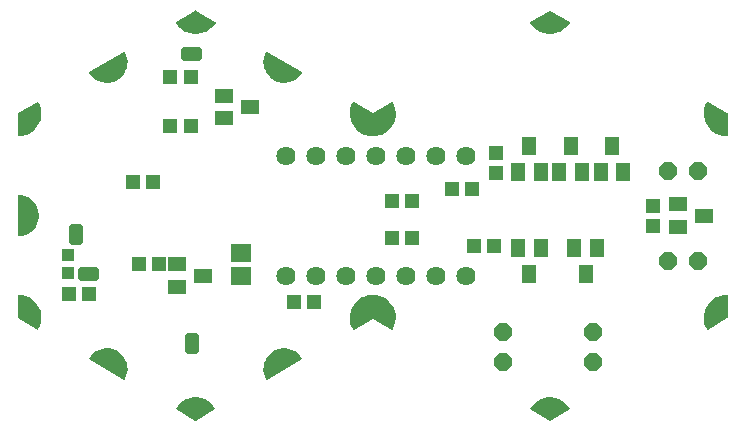
<source format=gbr>
G04 EAGLE Gerber RS-274X export*
G75*
%MOMM*%
%FSLAX34Y34*%
%LPD*%
%INSoldermask Top*%
%IPPOS*%
%AMOC8*
5,1,8,0,0,1.08239X$1,22.5*%
G01*
%ADD10C,0.697853*%
%ADD11R,1.703200X1.503200*%
%ADD12R,1.003200X1.003200*%
%ADD13R,1.203200X1.303200*%
%ADD14C,1.203200*%
%ADD15R,1.203200X1.603200*%
%ADD16R,1.603200X1.203200*%
%ADD17R,1.303200X1.203200*%
%ADD18C,1.625600*%
%ADD19P,1.649562X8X202.500000*%
%ADD20P,1.649562X8X112.500000*%

G36*
X299252Y270303D02*
X299252Y270303D01*
X299265Y270302D01*
X302315Y270545D01*
X302347Y270554D01*
X302394Y270558D01*
X305366Y271286D01*
X305397Y271301D01*
X305442Y271312D01*
X305506Y271339D01*
X306682Y271838D01*
X307857Y272337D01*
X307858Y272337D01*
X308259Y272508D01*
X308287Y272527D01*
X308330Y272545D01*
X310918Y274177D01*
X310942Y274201D01*
X310982Y274225D01*
X313275Y276252D01*
X313295Y276279D01*
X313331Y276310D01*
X315269Y278678D01*
X315285Y278708D01*
X315314Y278744D01*
X316848Y281392D01*
X316858Y281424D01*
X316882Y281464D01*
X316935Y281604D01*
X317695Y283601D01*
X317885Y284100D01*
X317971Y284324D01*
X317976Y284357D01*
X317993Y284401D01*
X318609Y287398D01*
X318609Y287432D01*
X318618Y287478D01*
X318745Y290535D01*
X318740Y290569D01*
X318742Y290616D01*
X318377Y293654D01*
X318366Y293686D01*
X318361Y293732D01*
X317513Y296672D01*
X317497Y296702D01*
X317485Y296748D01*
X316176Y299514D01*
X316159Y299536D01*
X316149Y299563D01*
X316100Y299615D01*
X316057Y299673D01*
X316032Y299687D01*
X316013Y299708D01*
X315947Y299737D01*
X315885Y299773D01*
X315857Y299776D01*
X315831Y299788D01*
X315759Y299789D01*
X315688Y299798D01*
X315661Y299790D01*
X315632Y299791D01*
X315537Y299755D01*
X315497Y299744D01*
X315488Y299737D01*
X315476Y299733D01*
X299225Y290376D01*
X282974Y299733D01*
X282947Y299742D01*
X282923Y299758D01*
X282853Y299773D01*
X282785Y299796D01*
X282757Y299793D01*
X282729Y299799D01*
X282659Y299786D01*
X282587Y299780D01*
X282562Y299767D01*
X282534Y299761D01*
X282474Y299721D01*
X282411Y299688D01*
X282393Y299666D01*
X282369Y299650D01*
X282311Y299567D01*
X282284Y299535D01*
X282281Y299524D01*
X282274Y299514D01*
X280965Y296748D01*
X280957Y296715D01*
X280937Y296672D01*
X280089Y293732D01*
X280086Y293698D01*
X280073Y293654D01*
X279708Y290616D01*
X279711Y290582D01*
X279705Y290535D01*
X279832Y287478D01*
X279840Y287445D01*
X279841Y287398D01*
X280457Y284401D01*
X280470Y284370D01*
X280480Y284324D01*
X281568Y281464D01*
X281586Y281436D01*
X281603Y281392D01*
X283136Y278744D01*
X283158Y278718D01*
X283181Y278678D01*
X285119Y276310D01*
X285146Y276288D01*
X285175Y276252D01*
X287468Y274225D01*
X287497Y274209D01*
X287532Y274177D01*
X290120Y272545D01*
X290152Y272533D01*
X290191Y272508D01*
X293008Y271312D01*
X293041Y271305D01*
X293084Y271286D01*
X296056Y270558D01*
X296090Y270556D01*
X296135Y270545D01*
X299185Y270302D01*
X299214Y270306D01*
X299242Y270301D01*
X299252Y270303D01*
G37*
G36*
X315792Y106615D02*
X315792Y106615D01*
X315863Y106620D01*
X315888Y106633D01*
X315916Y106639D01*
X315976Y106679D01*
X316039Y106712D01*
X316057Y106734D01*
X316081Y106750D01*
X316139Y106833D01*
X316166Y106865D01*
X316169Y106876D01*
X316176Y106887D01*
X317485Y109653D01*
X317493Y109686D01*
X317513Y109728D01*
X318361Y112668D01*
X318364Y112702D01*
X318377Y112746D01*
X318742Y115784D01*
X318739Y115818D01*
X318745Y115865D01*
X318618Y118922D01*
X318610Y118955D01*
X318609Y119002D01*
X317993Y121999D01*
X317980Y122030D01*
X317971Y122076D01*
X316882Y124936D01*
X316864Y124965D01*
X316848Y125008D01*
X315314Y127656D01*
X315292Y127682D01*
X315269Y127723D01*
X313331Y130090D01*
X313304Y130112D01*
X313275Y130148D01*
X310982Y132175D01*
X310953Y132192D01*
X310918Y132223D01*
X308330Y133855D01*
X308298Y133867D01*
X308259Y133892D01*
X305442Y135088D01*
X305409Y135095D01*
X305366Y135114D01*
X302394Y135842D01*
X302360Y135844D01*
X302315Y135855D01*
X299265Y136098D01*
X299236Y136094D01*
X299208Y136099D01*
X299198Y136097D01*
X299185Y136098D01*
X296135Y135855D01*
X296103Y135846D01*
X296056Y135842D01*
X293084Y135114D01*
X293053Y135099D01*
X293008Y135088D01*
X292843Y135018D01*
X291668Y134519D01*
X290492Y134020D01*
X290191Y133892D01*
X290163Y133873D01*
X290120Y133855D01*
X287532Y132223D01*
X287508Y132199D01*
X287468Y132175D01*
X285175Y130148D01*
X285155Y130121D01*
X285119Y130090D01*
X283181Y127723D01*
X283165Y127692D01*
X283136Y127656D01*
X281603Y125008D01*
X281592Y124976D01*
X281568Y124936D01*
X280480Y122076D01*
X280474Y122043D01*
X280457Y121999D01*
X279841Y119002D01*
X279841Y118968D01*
X279832Y118922D01*
X279705Y115865D01*
X279710Y115831D01*
X279708Y115784D01*
X280073Y112746D01*
X280084Y112714D01*
X280089Y112668D01*
X280937Y109728D01*
X280953Y109698D01*
X280965Y109653D01*
X282274Y106887D01*
X282291Y106864D01*
X282301Y106837D01*
X282350Y106785D01*
X282393Y106727D01*
X282418Y106713D01*
X282437Y106692D01*
X282503Y106663D01*
X282565Y106627D01*
X282593Y106624D01*
X282619Y106612D01*
X282691Y106611D01*
X282762Y106602D01*
X282789Y106610D01*
X282818Y106610D01*
X282913Y106645D01*
X282953Y106656D01*
X282962Y106663D01*
X282974Y106667D01*
X299225Y116024D01*
X315476Y106667D01*
X315503Y106658D01*
X315527Y106642D01*
X315597Y106627D01*
X315665Y106604D01*
X315693Y106607D01*
X315721Y106601D01*
X315792Y106615D01*
G37*
G36*
X-748Y185704D02*
X-748Y185704D01*
X-734Y185702D01*
X2064Y185934D01*
X2098Y185944D01*
X2146Y185948D01*
X4867Y186637D01*
X4899Y186652D01*
X4945Y186664D01*
X7517Y187792D01*
X7545Y187812D01*
X7589Y187831D01*
X9940Y189367D01*
X9964Y189391D01*
X10005Y189417D01*
X12070Y191319D01*
X12083Y191336D01*
X12095Y191345D01*
X12106Y191361D01*
X12126Y191380D01*
X13851Y193595D01*
X13866Y193626D01*
X13896Y193664D01*
X15232Y196134D01*
X15242Y196167D01*
X15265Y196209D01*
X16177Y198865D01*
X16182Y198899D01*
X16197Y198945D01*
X16659Y201714D01*
X16658Y201749D01*
X16666Y201796D01*
X16666Y204604D01*
X16659Y204638D01*
X16659Y204686D01*
X16197Y207455D01*
X16185Y207488D01*
X16177Y207535D01*
X15265Y210191D01*
X15248Y210221D01*
X15232Y210266D01*
X13896Y212736D01*
X13874Y212762D01*
X13851Y212805D01*
X12126Y215020D01*
X12100Y215043D01*
X12070Y215081D01*
X10005Y216983D01*
X9975Y217001D01*
X9940Y217033D01*
X7589Y218569D01*
X7557Y218582D01*
X7517Y218608D01*
X4945Y219736D01*
X4912Y219743D01*
X4867Y219763D01*
X2146Y220452D01*
X2111Y220454D01*
X2064Y220466D01*
X-734Y220698D01*
X-763Y220694D01*
X-792Y220699D01*
X-861Y220683D01*
X-931Y220674D01*
X-957Y220660D01*
X-985Y220653D01*
X-1042Y220611D01*
X-1104Y220576D01*
X-1122Y220552D01*
X-1145Y220535D01*
X-1181Y220474D01*
X-1224Y220417D01*
X-1232Y220389D01*
X-1247Y220364D01*
X-1263Y220266D01*
X-1274Y220225D01*
X-1272Y220214D01*
X-1274Y220200D01*
X-1274Y186200D01*
X-1268Y186171D01*
X-1271Y186142D01*
X-1249Y186075D01*
X-1235Y186005D01*
X-1218Y185981D01*
X-1209Y185953D01*
X-1162Y185900D01*
X-1122Y185841D01*
X-1098Y185826D01*
X-1078Y185804D01*
X-1014Y185772D01*
X-955Y185734D01*
X-926Y185729D01*
X-900Y185717D01*
X-800Y185708D01*
X-758Y185701D01*
X-748Y185704D01*
G37*
G36*
X88991Y64314D02*
X88991Y64314D01*
X89062Y64320D01*
X89088Y64333D01*
X89116Y64339D01*
X89175Y64379D01*
X89238Y64411D01*
X89257Y64434D01*
X89281Y64450D01*
X89338Y64532D01*
X89365Y64565D01*
X89368Y64575D01*
X89376Y64587D01*
X90575Y67122D01*
X90583Y67156D01*
X90604Y67199D01*
X91369Y69897D01*
X91371Y69932D01*
X91385Y69978D01*
X91695Y72766D01*
X91692Y72794D01*
X91694Y72805D01*
X91693Y72810D01*
X91697Y72848D01*
X91545Y75648D01*
X91536Y75682D01*
X91533Y75730D01*
X90922Y78467D01*
X90908Y78499D01*
X90897Y78546D01*
X89844Y81145D01*
X89825Y81174D01*
X89807Y81218D01*
X88340Y83609D01*
X88316Y83634D01*
X88291Y83675D01*
X86450Y85791D01*
X86423Y85812D01*
X86391Y85849D01*
X84228Y87633D01*
X84197Y87649D01*
X84160Y87680D01*
X81732Y89084D01*
X81699Y89095D01*
X81657Y89119D01*
X79032Y90104D01*
X78997Y90110D01*
X78952Y90127D01*
X76200Y90666D01*
X76166Y90666D01*
X76118Y90675D01*
X73315Y90754D01*
X73281Y90749D01*
X73233Y90750D01*
X70454Y90367D01*
X70422Y90355D01*
X70374Y90349D01*
X67697Y89513D01*
X67666Y89496D01*
X67620Y89482D01*
X65117Y88218D01*
X65090Y88196D01*
X65047Y88174D01*
X62786Y86515D01*
X62763Y86489D01*
X62724Y86461D01*
X60767Y84452D01*
X60748Y84423D01*
X60714Y84388D01*
X59115Y82085D01*
X59103Y82058D01*
X59085Y82035D01*
X59064Y81967D01*
X59036Y81902D01*
X59036Y81873D01*
X59028Y81845D01*
X59036Y81774D01*
X59035Y81703D01*
X59046Y81676D01*
X59050Y81647D01*
X59084Y81585D01*
X59112Y81520D01*
X59133Y81499D01*
X59147Y81474D01*
X59223Y81411D01*
X59254Y81381D01*
X59264Y81377D01*
X59275Y81368D01*
X88675Y64368D01*
X88703Y64359D01*
X88727Y64342D01*
X88796Y64327D01*
X88864Y64305D01*
X88893Y64307D01*
X88921Y64301D01*
X88991Y64314D01*
G37*
G36*
X76118Y315725D02*
X76118Y315725D01*
X76152Y315733D01*
X76200Y315734D01*
X78952Y316273D01*
X78984Y316287D01*
X79032Y316296D01*
X81657Y317281D01*
X81687Y317299D01*
X81732Y317316D01*
X84160Y318720D01*
X84186Y318743D01*
X84228Y318767D01*
X86391Y320551D01*
X86413Y320578D01*
X86450Y320609D01*
X88291Y322725D01*
X88308Y322755D01*
X88340Y322791D01*
X89807Y325182D01*
X89818Y325214D01*
X89844Y325255D01*
X90897Y327854D01*
X90904Y327888D01*
X90922Y327933D01*
X91533Y330670D01*
X91534Y330705D01*
X91545Y330752D01*
X91697Y333552D01*
X91692Y333586D01*
X91695Y333634D01*
X91385Y336422D01*
X91374Y336455D01*
X91369Y336503D01*
X90604Y339201D01*
X90588Y339231D01*
X90575Y339278D01*
X89376Y341813D01*
X89359Y341837D01*
X89349Y341864D01*
X89300Y341916D01*
X89257Y341973D01*
X89232Y341987D01*
X89212Y342009D01*
X89147Y342037D01*
X89086Y342073D01*
X89057Y342076D01*
X89030Y342088D01*
X88959Y342089D01*
X88888Y342098D01*
X88860Y342090D01*
X88831Y342090D01*
X88738Y342056D01*
X88697Y342044D01*
X88688Y342037D01*
X88675Y342032D01*
X59275Y325032D01*
X59253Y325013D01*
X59227Y325000D01*
X59179Y324947D01*
X59126Y324900D01*
X59114Y324874D01*
X59094Y324852D01*
X59071Y324785D01*
X59041Y324721D01*
X59039Y324692D01*
X59030Y324664D01*
X59035Y324593D01*
X59032Y324522D01*
X59042Y324495D01*
X59044Y324466D01*
X59086Y324376D01*
X59101Y324336D01*
X59109Y324328D01*
X59115Y324315D01*
X60714Y322012D01*
X60740Y321988D01*
X60767Y321948D01*
X62724Y319939D01*
X62753Y319920D01*
X62786Y319885D01*
X65047Y318226D01*
X65078Y318211D01*
X65117Y318182D01*
X67620Y316918D01*
X67654Y316909D01*
X67697Y316887D01*
X70374Y316051D01*
X70408Y316048D01*
X70454Y316033D01*
X73233Y315650D01*
X73267Y315652D01*
X73315Y315646D01*
X76118Y315725D01*
G37*
G36*
X209590Y64310D02*
X209590Y64310D01*
X209619Y64310D01*
X209712Y64344D01*
X209753Y64356D01*
X209762Y64363D01*
X209775Y64368D01*
X239175Y81368D01*
X239197Y81387D01*
X239223Y81400D01*
X239271Y81453D01*
X239324Y81500D01*
X239336Y81526D01*
X239356Y81548D01*
X239379Y81615D01*
X239409Y81679D01*
X239411Y81708D01*
X239420Y81736D01*
X239415Y81807D01*
X239418Y81878D01*
X239408Y81905D01*
X239406Y81934D01*
X239364Y82024D01*
X239349Y82064D01*
X239341Y82072D01*
X239335Y82085D01*
X237736Y84388D01*
X237711Y84412D01*
X237683Y84452D01*
X235726Y86461D01*
X235697Y86480D01*
X235664Y86515D01*
X233403Y88174D01*
X233372Y88189D01*
X233333Y88218D01*
X230830Y89482D01*
X230796Y89491D01*
X230753Y89513D01*
X228076Y90349D01*
X228042Y90352D01*
X227996Y90367D01*
X225217Y90750D01*
X225183Y90748D01*
X225135Y90754D01*
X222332Y90675D01*
X222298Y90667D01*
X222250Y90666D01*
X219498Y90127D01*
X219466Y90113D01*
X219418Y90104D01*
X216793Y89119D01*
X216763Y89101D01*
X216718Y89084D01*
X214290Y87680D01*
X214264Y87657D01*
X214223Y87633D01*
X212059Y85849D01*
X212037Y85822D01*
X212000Y85791D01*
X210159Y83675D01*
X210142Y83645D01*
X210111Y83609D01*
X208643Y81218D01*
X208632Y81186D01*
X208606Y81145D01*
X207553Y78546D01*
X207546Y78512D01*
X207528Y78467D01*
X206917Y75730D01*
X206916Y75695D01*
X206905Y75648D01*
X206753Y72848D01*
X206758Y72814D01*
X206755Y72766D01*
X207065Y69978D01*
X207076Y69945D01*
X207081Y69897D01*
X207846Y67199D01*
X207862Y67169D01*
X207875Y67122D01*
X209074Y64587D01*
X209091Y64563D01*
X209101Y64536D01*
X209150Y64484D01*
X209193Y64427D01*
X209218Y64413D01*
X209238Y64392D01*
X209303Y64363D01*
X209365Y64327D01*
X209393Y64324D01*
X209420Y64312D01*
X209491Y64311D01*
X209562Y64302D01*
X209590Y64310D01*
G37*
G36*
X225169Y315652D02*
X225169Y315652D01*
X225217Y315650D01*
X227996Y316033D01*
X228028Y316045D01*
X228076Y316051D01*
X230753Y316887D01*
X230784Y316904D01*
X230830Y316918D01*
X233333Y318182D01*
X233360Y318204D01*
X233403Y318226D01*
X235664Y319885D01*
X235687Y319911D01*
X235726Y319939D01*
X237683Y321948D01*
X237702Y321977D01*
X237736Y322012D01*
X239335Y324315D01*
X239347Y324342D01*
X239365Y324365D01*
X239386Y324433D01*
X239414Y324498D01*
X239414Y324527D01*
X239422Y324555D01*
X239414Y324626D01*
X239415Y324697D01*
X239404Y324724D01*
X239400Y324753D01*
X239366Y324815D01*
X239338Y324880D01*
X239317Y324901D01*
X239303Y324926D01*
X239227Y324989D01*
X239196Y325019D01*
X239186Y325023D01*
X239175Y325032D01*
X209775Y342032D01*
X209747Y342041D01*
X209723Y342058D01*
X209654Y342073D01*
X209586Y342095D01*
X209557Y342093D01*
X209529Y342099D01*
X209459Y342086D01*
X209388Y342080D01*
X209362Y342067D01*
X209334Y342061D01*
X209275Y342021D01*
X209212Y341989D01*
X209193Y341966D01*
X209169Y341950D01*
X209112Y341868D01*
X209085Y341835D01*
X209082Y341825D01*
X209074Y341813D01*
X207875Y339278D01*
X207867Y339244D01*
X207846Y339201D01*
X207081Y336503D01*
X207079Y336468D01*
X207065Y336422D01*
X206755Y333634D01*
X206757Y333607D01*
X206757Y333602D01*
X206758Y333597D01*
X206753Y333552D01*
X206905Y330752D01*
X206914Y330718D01*
X206917Y330670D01*
X207528Y327933D01*
X207542Y327901D01*
X207553Y327854D01*
X208606Y325255D01*
X208625Y325226D01*
X208643Y325182D01*
X210111Y322791D01*
X210134Y322766D01*
X210159Y322725D01*
X212000Y320609D01*
X212027Y320588D01*
X212059Y320551D01*
X214223Y318767D01*
X214253Y318751D01*
X214290Y318720D01*
X216718Y317316D01*
X216751Y317305D01*
X216793Y317281D01*
X219418Y316296D01*
X219453Y316290D01*
X219498Y316273D01*
X222250Y315734D01*
X222285Y315734D01*
X222332Y315725D01*
X225135Y315646D01*
X225169Y315652D01*
G37*
G36*
X-767Y270264D02*
X-767Y270264D01*
X-753Y270263D01*
X2303Y270510D01*
X2336Y270519D01*
X2382Y270523D01*
X5359Y271256D01*
X5390Y271271D01*
X5436Y271282D01*
X8257Y272484D01*
X8284Y272503D01*
X8328Y272521D01*
X10919Y274160D01*
X10944Y274183D01*
X10983Y274208D01*
X13278Y276241D01*
X13299Y276268D01*
X13334Y276299D01*
X15273Y278674D01*
X15289Y278704D01*
X15319Y278740D01*
X16852Y281396D01*
X16863Y281428D01*
X16887Y281468D01*
X17974Y284335D01*
X17979Y284369D01*
X17996Y284413D01*
X18609Y287417D01*
X18610Y287451D01*
X18619Y287497D01*
X18743Y290560D01*
X18737Y290594D01*
X18739Y290640D01*
X18370Y293684D01*
X18359Y293717D01*
X18354Y293763D01*
X17501Y296708D01*
X17485Y296738D01*
X17472Y296783D01*
X16158Y299553D01*
X16140Y299577D01*
X16130Y299604D01*
X16081Y299656D01*
X16038Y299713D01*
X16013Y299727D01*
X15993Y299748D01*
X15928Y299777D01*
X15866Y299812D01*
X15838Y299816D01*
X15811Y299828D01*
X15740Y299828D01*
X15669Y299837D01*
X15641Y299829D01*
X15612Y299830D01*
X15519Y299795D01*
X15478Y299783D01*
X15469Y299776D01*
X15457Y299771D01*
X-1021Y290232D01*
X-1078Y290181D01*
X-1140Y290136D01*
X-1152Y290116D01*
X-1170Y290100D01*
X-1203Y290031D01*
X-1242Y289965D01*
X-1246Y289939D01*
X-1255Y289921D01*
X-1257Y289876D01*
X-1270Y289801D01*
X-1293Y270761D01*
X-1287Y270733D01*
X-1289Y270704D01*
X-1267Y270636D01*
X-1253Y270566D01*
X-1237Y270542D01*
X-1228Y270515D01*
X-1181Y270461D01*
X-1141Y270402D01*
X-1117Y270387D01*
X-1098Y270365D01*
X-1033Y270333D01*
X-973Y270295D01*
X-945Y270290D01*
X-919Y270277D01*
X-819Y270269D01*
X-777Y270262D01*
X-767Y270264D01*
G37*
G36*
X15772Y106575D02*
X15772Y106575D01*
X15843Y106580D01*
X15869Y106594D01*
X15897Y106599D01*
X15957Y106639D01*
X16020Y106672D01*
X16038Y106694D01*
X16062Y106710D01*
X16120Y106792D01*
X16147Y106825D01*
X16150Y106835D01*
X16158Y106847D01*
X17472Y109617D01*
X17480Y109650D01*
X17501Y109692D01*
X18354Y112637D01*
X18356Y112671D01*
X18370Y112716D01*
X18739Y115760D01*
X18737Y115793D01*
X18743Y115840D01*
X18619Y118904D01*
X18611Y118936D01*
X18609Y118983D01*
X17996Y121988D01*
X17983Y122019D01*
X17974Y122065D01*
X16887Y124932D01*
X16868Y124960D01*
X16852Y125004D01*
X15319Y127660D01*
X15296Y127685D01*
X15273Y127726D01*
X13334Y130101D01*
X13308Y130122D01*
X13278Y130159D01*
X10983Y132192D01*
X10954Y132209D01*
X10919Y132240D01*
X8328Y133879D01*
X8296Y133891D01*
X8257Y133916D01*
X5436Y135118D01*
X5402Y135125D01*
X5359Y135144D01*
X2382Y135877D01*
X2348Y135879D01*
X2303Y135890D01*
X-753Y136137D01*
X-782Y136134D01*
X-810Y136138D01*
X-880Y136122D01*
X-951Y136113D01*
X-976Y136099D01*
X-1004Y136092D01*
X-1061Y136050D01*
X-1123Y136014D01*
X-1141Y135991D01*
X-1164Y135974D01*
X-1200Y135913D01*
X-1243Y135856D01*
X-1250Y135828D01*
X-1265Y135803D01*
X-1282Y135704D01*
X-1292Y135663D01*
X-1290Y135652D01*
X-1293Y135639D01*
X-1270Y116599D01*
X-1254Y116524D01*
X-1246Y116448D01*
X-1235Y116427D01*
X-1230Y116405D01*
X-1186Y116341D01*
X-1149Y116274D01*
X-1129Y116258D01*
X-1117Y116241D01*
X-1080Y116217D01*
X-1021Y116168D01*
X15457Y106629D01*
X15484Y106619D01*
X15508Y106603D01*
X15577Y106588D01*
X15645Y106565D01*
X15674Y106567D01*
X15702Y106561D01*
X15772Y106575D01*
G37*
G36*
X449241Y29511D02*
X449241Y29511D01*
X449318Y29510D01*
X449342Y29519D01*
X449363Y29520D01*
X449402Y29541D01*
X449474Y29567D01*
X465974Y39067D01*
X465996Y39086D01*
X466022Y39099D01*
X466056Y39137D01*
X466059Y39139D01*
X466062Y39143D01*
X466070Y39152D01*
X466123Y39199D01*
X466136Y39225D01*
X466155Y39247D01*
X466178Y39314D01*
X466209Y39378D01*
X466211Y39407D01*
X466220Y39434D01*
X466215Y39506D01*
X466218Y39577D01*
X466208Y39604D01*
X466206Y39633D01*
X466164Y39723D01*
X466149Y39763D01*
X466142Y39771D01*
X466136Y39784D01*
X464394Y42307D01*
X464370Y42331D01*
X464343Y42369D01*
X462219Y44581D01*
X462191Y44600D01*
X462159Y44634D01*
X459708Y46476D01*
X459677Y46490D01*
X459640Y46519D01*
X456925Y47944D01*
X456892Y47953D01*
X456851Y47975D01*
X453943Y48946D01*
X453916Y48949D01*
X453907Y48951D01*
X453865Y48965D01*
X450838Y49457D01*
X450804Y49456D01*
X450758Y49464D01*
X447692Y49464D01*
X447659Y49457D01*
X447612Y49457D01*
X444585Y48965D01*
X444554Y48953D01*
X444507Y48946D01*
X441599Y47975D01*
X441570Y47958D01*
X441525Y47944D01*
X438810Y46519D01*
X438784Y46497D01*
X438742Y46476D01*
X436291Y44634D01*
X436268Y44609D01*
X436231Y44581D01*
X434107Y42369D01*
X434089Y42341D01*
X434056Y42307D01*
X432314Y39784D01*
X432303Y39757D01*
X432284Y39735D01*
X432264Y39666D01*
X432236Y39601D01*
X432236Y39572D01*
X432228Y39544D01*
X432236Y39473D01*
X432236Y39402D01*
X432247Y39375D01*
X432250Y39346D01*
X432285Y39284D01*
X432313Y39219D01*
X432333Y39198D01*
X432348Y39173D01*
X432411Y39121D01*
X432415Y39116D01*
X432424Y39110D01*
X432425Y39110D01*
X432455Y39080D01*
X432465Y39076D01*
X432476Y39067D01*
X448976Y29567D01*
X449049Y29543D01*
X449119Y29512D01*
X449143Y29512D01*
X449165Y29504D01*
X449241Y29511D01*
G37*
G36*
X149241Y29511D02*
X149241Y29511D01*
X149318Y29510D01*
X149342Y29519D01*
X149363Y29520D01*
X149402Y29541D01*
X149474Y29567D01*
X165974Y39067D01*
X165996Y39086D01*
X166022Y39099D01*
X166056Y39137D01*
X166059Y39139D01*
X166062Y39143D01*
X166070Y39152D01*
X166123Y39199D01*
X166136Y39225D01*
X166155Y39247D01*
X166178Y39314D01*
X166209Y39378D01*
X166211Y39407D01*
X166220Y39434D01*
X166215Y39506D01*
X166218Y39577D01*
X166208Y39604D01*
X166206Y39633D01*
X166164Y39723D01*
X166149Y39763D01*
X166142Y39771D01*
X166136Y39784D01*
X164394Y42307D01*
X164370Y42331D01*
X164343Y42369D01*
X162219Y44581D01*
X162191Y44600D01*
X162159Y44634D01*
X159708Y46476D01*
X159677Y46490D01*
X159640Y46519D01*
X156925Y47944D01*
X156892Y47953D01*
X156851Y47975D01*
X153943Y48946D01*
X153916Y48949D01*
X153907Y48951D01*
X153865Y48965D01*
X150838Y49457D01*
X150804Y49456D01*
X150758Y49464D01*
X147692Y49464D01*
X147659Y49457D01*
X147612Y49457D01*
X144585Y48965D01*
X144554Y48953D01*
X144507Y48946D01*
X141599Y47975D01*
X141570Y47958D01*
X141525Y47944D01*
X138810Y46519D01*
X138784Y46497D01*
X138742Y46476D01*
X136291Y44634D01*
X136268Y44609D01*
X136231Y44581D01*
X134107Y42369D01*
X134089Y42341D01*
X134056Y42307D01*
X132314Y39784D01*
X132303Y39757D01*
X132284Y39735D01*
X132264Y39666D01*
X132236Y39601D01*
X132236Y39572D01*
X132228Y39544D01*
X132236Y39473D01*
X132236Y39402D01*
X132247Y39375D01*
X132250Y39346D01*
X132285Y39284D01*
X132313Y39219D01*
X132333Y39198D01*
X132348Y39173D01*
X132411Y39121D01*
X132415Y39116D01*
X132424Y39110D01*
X132425Y39110D01*
X132455Y39080D01*
X132465Y39076D01*
X132476Y39067D01*
X148976Y29567D01*
X149049Y29543D01*
X149119Y29512D01*
X149143Y29512D01*
X149165Y29504D01*
X149241Y29511D01*
G37*
G36*
X150791Y356943D02*
X150791Y356943D01*
X150838Y356943D01*
X153865Y357435D01*
X153896Y357447D01*
X153943Y357454D01*
X156851Y358425D01*
X156881Y358442D01*
X156925Y358456D01*
X159640Y359881D01*
X159666Y359903D01*
X159708Y359924D01*
X162159Y361766D01*
X162182Y361791D01*
X162219Y361819D01*
X164343Y364031D01*
X164361Y364059D01*
X164394Y364093D01*
X166136Y366616D01*
X166147Y366643D01*
X166166Y366665D01*
X166186Y366734D01*
X166214Y366799D01*
X166214Y366828D01*
X166222Y366856D01*
X166214Y366927D01*
X166215Y366998D01*
X166203Y367025D01*
X166200Y367054D01*
X166165Y367116D01*
X166137Y367181D01*
X166117Y367202D01*
X166102Y367227D01*
X166025Y367290D01*
X165995Y367320D01*
X165985Y367324D01*
X165974Y367333D01*
X149474Y376833D01*
X149401Y376857D01*
X149331Y376888D01*
X149307Y376888D01*
X149285Y376896D01*
X149209Y376890D01*
X149132Y376891D01*
X149108Y376881D01*
X149087Y376880D01*
X149048Y376859D01*
X148976Y376833D01*
X132476Y367333D01*
X132454Y367314D01*
X132428Y367301D01*
X132380Y367248D01*
X132327Y367201D01*
X132314Y367175D01*
X132295Y367154D01*
X132272Y367086D01*
X132241Y367022D01*
X132240Y366993D01*
X132230Y366966D01*
X132235Y366894D01*
X132232Y366823D01*
X132242Y366796D01*
X132244Y366767D01*
X132286Y366677D01*
X132301Y366637D01*
X132308Y366629D01*
X132314Y366616D01*
X134056Y364093D01*
X134080Y364069D01*
X134107Y364031D01*
X136231Y361819D01*
X136259Y361800D01*
X136291Y361766D01*
X138742Y359924D01*
X138773Y359910D01*
X138810Y359881D01*
X141525Y358456D01*
X141558Y358447D01*
X141599Y358425D01*
X144507Y357454D01*
X144541Y357450D01*
X144585Y357435D01*
X147612Y356943D01*
X147646Y356944D01*
X147692Y356936D01*
X150758Y356936D01*
X150791Y356943D01*
G37*
G36*
X450791Y356943D02*
X450791Y356943D01*
X450838Y356943D01*
X453865Y357435D01*
X453896Y357447D01*
X453943Y357454D01*
X456851Y358425D01*
X456881Y358442D01*
X456925Y358456D01*
X459640Y359881D01*
X459666Y359903D01*
X459708Y359924D01*
X462159Y361766D01*
X462182Y361791D01*
X462219Y361819D01*
X464343Y364031D01*
X464361Y364059D01*
X464394Y364093D01*
X466136Y366616D01*
X466147Y366643D01*
X466166Y366665D01*
X466186Y366734D01*
X466214Y366799D01*
X466214Y366828D01*
X466222Y366856D01*
X466214Y366927D01*
X466215Y366998D01*
X466203Y367025D01*
X466200Y367054D01*
X466165Y367116D01*
X466137Y367181D01*
X466117Y367202D01*
X466102Y367227D01*
X466025Y367290D01*
X465995Y367320D01*
X465985Y367324D01*
X465974Y367333D01*
X449474Y376833D01*
X449401Y376857D01*
X449331Y376888D01*
X449307Y376888D01*
X449285Y376896D01*
X449209Y376890D01*
X449132Y376891D01*
X449108Y376881D01*
X449087Y376880D01*
X449048Y376859D01*
X448976Y376833D01*
X432476Y367333D01*
X432454Y367314D01*
X432428Y367301D01*
X432380Y367248D01*
X432327Y367201D01*
X432314Y367175D01*
X432295Y367154D01*
X432272Y367086D01*
X432241Y367022D01*
X432240Y366993D01*
X432230Y366966D01*
X432235Y366894D01*
X432232Y366823D01*
X432242Y366796D01*
X432244Y366767D01*
X432286Y366677D01*
X432301Y366637D01*
X432308Y366629D01*
X432314Y366616D01*
X434056Y364093D01*
X434080Y364069D01*
X434107Y364031D01*
X436231Y361819D01*
X436259Y361800D01*
X436291Y361766D01*
X438742Y359924D01*
X438773Y359910D01*
X438810Y359881D01*
X441525Y358456D01*
X441558Y358447D01*
X441599Y358425D01*
X444507Y357454D01*
X444541Y357450D01*
X444585Y357435D01*
X447612Y356943D01*
X447646Y356944D01*
X447692Y356936D01*
X450758Y356936D01*
X450791Y356943D01*
G37*
G36*
X599311Y270318D02*
X599311Y270318D01*
X599383Y270326D01*
X599407Y270341D01*
X599435Y270347D01*
X599493Y270390D01*
X599555Y270426D01*
X599572Y270448D01*
X599595Y270465D01*
X599632Y270527D01*
X599675Y270584D01*
X599682Y270612D01*
X599697Y270636D01*
X599713Y270736D01*
X599724Y270777D01*
X599722Y270787D01*
X599724Y270800D01*
X599724Y289800D01*
X599709Y289876D01*
X599700Y289954D01*
X599689Y289973D01*
X599685Y289995D01*
X599641Y290059D01*
X599602Y290127D01*
X599583Y290143D01*
X599572Y290159D01*
X599534Y290183D01*
X599474Y290233D01*
X582974Y299733D01*
X582947Y299742D01*
X582923Y299758D01*
X582853Y299773D01*
X582785Y299796D01*
X582757Y299793D01*
X582729Y299799D01*
X582659Y299786D01*
X582587Y299780D01*
X582562Y299767D01*
X582534Y299761D01*
X582474Y299721D01*
X582411Y299688D01*
X582393Y299666D01*
X582369Y299650D01*
X582311Y299567D01*
X582284Y299535D01*
X582281Y299524D01*
X582274Y299514D01*
X580965Y296748D01*
X580957Y296715D01*
X580937Y296672D01*
X580089Y293732D01*
X580086Y293698D01*
X580073Y293654D01*
X579708Y290616D01*
X579711Y290582D01*
X579705Y290535D01*
X579832Y287478D01*
X579840Y287445D01*
X579841Y287398D01*
X580457Y284401D01*
X580470Y284370D01*
X580480Y284324D01*
X581568Y281464D01*
X581586Y281436D01*
X581603Y281392D01*
X583136Y278744D01*
X583158Y278718D01*
X583181Y278678D01*
X585119Y276310D01*
X585146Y276288D01*
X585175Y276252D01*
X587468Y274225D01*
X587497Y274209D01*
X587532Y274177D01*
X590120Y272545D01*
X590152Y272533D01*
X590191Y272508D01*
X593008Y271312D01*
X593041Y271305D01*
X593084Y271286D01*
X596056Y270558D01*
X596090Y270556D01*
X596135Y270545D01*
X599185Y270302D01*
X599214Y270306D01*
X599242Y270301D01*
X599311Y270318D01*
G37*
G36*
X582789Y106610D02*
X582789Y106610D01*
X582818Y106610D01*
X582913Y106645D01*
X582953Y106656D01*
X582962Y106663D01*
X582974Y106667D01*
X599474Y116167D01*
X599533Y116219D01*
X599595Y116265D01*
X599606Y116284D01*
X599623Y116299D01*
X599657Y116369D01*
X599697Y116436D01*
X599701Y116461D01*
X599709Y116478D01*
X599711Y116523D01*
X599724Y116600D01*
X599724Y135600D01*
X599719Y135628D01*
X599721Y135656D01*
X599699Y135724D01*
X599685Y135795D01*
X599669Y135818D01*
X599660Y135845D01*
X599613Y135900D01*
X599572Y135959D01*
X599548Y135974D01*
X599530Y135996D01*
X599465Y136027D01*
X599405Y136066D01*
X599377Y136071D01*
X599351Y136083D01*
X599250Y136092D01*
X599208Y136099D01*
X599198Y136097D01*
X599185Y136098D01*
X596135Y135855D01*
X596103Y135846D01*
X596056Y135842D01*
X593084Y135114D01*
X593053Y135099D01*
X593008Y135088D01*
X592843Y135018D01*
X591668Y134519D01*
X590492Y134020D01*
X590191Y133892D01*
X590163Y133873D01*
X590120Y133855D01*
X587532Y132223D01*
X587508Y132199D01*
X587468Y132175D01*
X585175Y130148D01*
X585155Y130121D01*
X585119Y130090D01*
X583181Y127723D01*
X583165Y127692D01*
X583136Y127656D01*
X581603Y125008D01*
X581592Y124976D01*
X581568Y124936D01*
X580480Y122076D01*
X580474Y122043D01*
X580457Y121999D01*
X579841Y119002D01*
X579841Y118968D01*
X579832Y118922D01*
X579705Y115865D01*
X579710Y115831D01*
X579708Y115784D01*
X580073Y112746D01*
X580084Y112714D01*
X580089Y112668D01*
X580937Y109728D01*
X580953Y109698D01*
X580965Y109653D01*
X582274Y106887D01*
X582291Y106864D01*
X582301Y106837D01*
X582350Y106785D01*
X582393Y106727D01*
X582418Y106713D01*
X582437Y106692D01*
X582503Y106663D01*
X582565Y106627D01*
X582593Y106624D01*
X582619Y106612D01*
X582691Y106611D01*
X582762Y106602D01*
X582789Y106610D01*
G37*
D10*
X45098Y181798D02*
X45098Y192852D01*
X50152Y192852D01*
X50152Y181798D01*
X45098Y181798D01*
X45098Y188428D02*
X50152Y188428D01*
X53211Y156515D02*
X64265Y156515D01*
X64265Y151461D01*
X53211Y151461D01*
X53211Y156515D01*
D11*
X187325Y152425D03*
X187325Y171425D03*
D10*
X148577Y100777D02*
X148577Y89723D01*
X143523Y89723D01*
X143523Y100777D01*
X148577Y100777D01*
X148577Y96353D02*
X143523Y96353D01*
D12*
X41275Y154425D03*
X41275Y169425D03*
D10*
X140523Y342252D02*
X151577Y342252D01*
X151577Y337198D01*
X140523Y337198D01*
X140523Y342252D01*
D13*
X42300Y136525D03*
X59300Y136525D03*
D14*
X149225Y368400D03*
X299945Y280720D03*
X299945Y125680D03*
X149225Y38000D03*
X77725Y327100D03*
X220725Y327100D03*
X220725Y79300D03*
X77725Y79300D03*
X449225Y368400D03*
X592325Y285800D03*
X592325Y120600D03*
X449225Y38000D03*
X6158Y285800D03*
X6158Y120600D03*
X6125Y203200D03*
D15*
X457225Y239825D03*
X476225Y239825D03*
X466725Y261825D03*
D16*
X173150Y304775D03*
X173150Y285775D03*
X195150Y295275D03*
D15*
X492150Y239825D03*
X511150Y239825D03*
X501650Y261825D03*
X422300Y239825D03*
X441300Y239825D03*
X431800Y261825D03*
X441300Y176100D03*
X422300Y176100D03*
X431800Y154100D03*
X488925Y176100D03*
X469925Y176100D03*
X479425Y154100D03*
D16*
X155463Y152400D03*
X133463Y142900D03*
X133463Y161900D03*
D13*
X113275Y231775D03*
X96275Y231775D03*
X145025Y279400D03*
X128025Y279400D03*
X118038Y161925D03*
X101038Y161925D03*
X249800Y130175D03*
X232800Y130175D03*
X383150Y225425D03*
X366150Y225425D03*
X145025Y320675D03*
X128025Y320675D03*
X332350Y215900D03*
X315350Y215900D03*
D17*
X403225Y256150D03*
X403225Y239150D03*
D13*
X402200Y177800D03*
X385200Y177800D03*
X332350Y184150D03*
X315350Y184150D03*
D18*
X225425Y152400D03*
X250825Y152400D03*
X276225Y152400D03*
X301625Y152400D03*
X327025Y152400D03*
X352425Y152400D03*
X377825Y152400D03*
X377825Y254000D03*
X352425Y254000D03*
X327025Y254000D03*
X301625Y254000D03*
X276225Y254000D03*
X250825Y254000D03*
X225425Y254000D03*
D19*
X574675Y241300D03*
X549275Y241300D03*
X574675Y165100D03*
X549275Y165100D03*
D20*
X485775Y79375D03*
X485775Y104775D03*
X409575Y79375D03*
X409575Y104775D03*
D16*
X557325Y212700D03*
X557325Y193700D03*
X579325Y203200D03*
D17*
X536575Y211700D03*
X536575Y194700D03*
M02*

</source>
